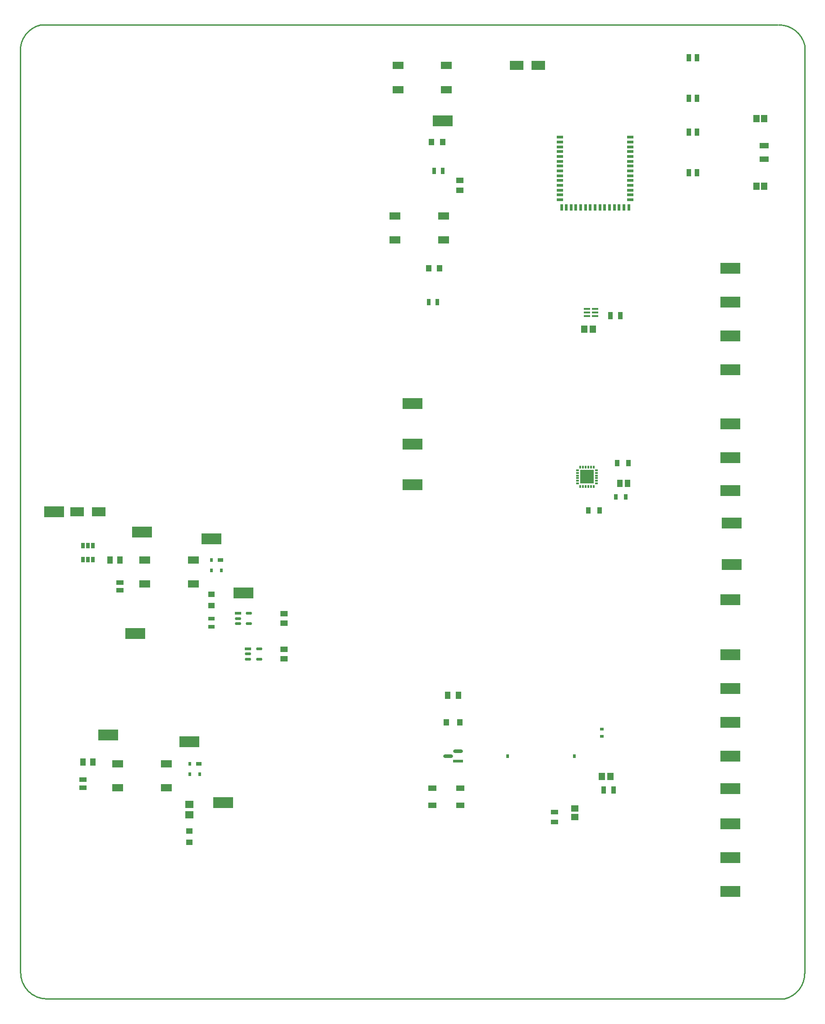
<source format=gtp>
G04*
G04 #@! TF.GenerationSoftware,Altium Limited,Altium Designer,22.6.1 (34)*
G04*
G04 Layer_Color=8421504*
%FSLAX25Y25*%
%MOIN*%
G70*
G04*
G04 #@! TF.SameCoordinates,0C23EDBF-805D-421A-8D3F-8ECBED75DDC4*
G04*
G04*
G04 #@! TF.FilePolarity,Positive*
G04*
G01*
G75*
%ADD14C,0.01000*%
%ADD15R,0.01968X0.01378*%
%ADD16R,0.01378X0.01968*%
%ADD17R,0.09843X0.09843*%
%ADD18R,0.04134X0.05709*%
%ADD19R,0.03543X0.05118*%
%ADD20R,0.03150X0.04134*%
%ADD21R,0.14961X0.07992*%
%ADD22R,0.03937X0.05315*%
%ADD23R,0.04331X0.04921*%
%ADD24R,0.02000X0.02800*%
%ADD25R,0.05512X0.03740*%
%ADD26R,0.05363X0.04755*%
%ADD27R,0.03150X0.02362*%
%ADD28R,0.04755X0.05363*%
%ADD29R,0.06102X0.03937*%
G04:AMPARAMS|DCode=30|XSize=71.82mil|YSize=24.33mil|CornerRadius=12.17mil|HoleSize=0mil|Usage=FLASHONLY|Rotation=180.000|XOffset=0mil|YOffset=0mil|HoleType=Round|Shape=RoundedRectangle|*
%AMROUNDEDRECTD30*
21,1,0.07182,0.00000,0,0,180.0*
21,1,0.04749,0.02433,0,0,180.0*
1,1,0.02433,-0.02375,0.00000*
1,1,0.02433,0.02375,0.00000*
1,1,0.02433,0.02375,0.00000*
1,1,0.02433,-0.02375,0.00000*
%
%ADD30ROUNDEDRECTD30*%
%ADD31R,0.07182X0.02433*%
%ADD32R,0.03740X0.05512*%
%ADD33R,0.05315X0.03937*%
%ADD34R,0.04528X0.05315*%
%ADD35R,0.07087X0.03937*%
%ADD36R,0.03150X0.04921*%
%ADD37R,0.04331X0.04724*%
%ADD38R,0.03740X0.05315*%
%ADD39R,0.04724X0.01378*%
%ADD40R,0.02402X0.05000*%
%ADD41R,0.05000X0.02402*%
G04:AMPARAMS|DCode=42|XSize=47.45mil|YSize=20.95mil|CornerRadius=10.48mil|HoleSize=0mil|Usage=FLASHONLY|Rotation=0.000|XOffset=0mil|YOffset=0mil|HoleType=Round|Shape=RoundedRectangle|*
%AMROUNDEDRECTD42*
21,1,0.04745,0.00000,0,0,0.0*
21,1,0.02650,0.02095,0,0,0.0*
1,1,0.02095,0.01325,0.00000*
1,1,0.02095,-0.01325,0.00000*
1,1,0.02095,-0.01325,0.00000*
1,1,0.02095,0.01325,0.00000*
%
%ADD42ROUNDEDRECTD42*%
%ADD43R,0.04745X0.02095*%
%ADD44R,0.08268X0.05512*%
%ADD45R,0.03937X0.02756*%
%ADD46R,0.02362X0.02756*%
%ADD47R,0.04724X0.04331*%
%ADD48R,0.06102X0.05315*%
%ADD49R,0.03937X0.05315*%
%ADD50R,0.05315X0.03740*%
%ADD51R,0.09843X0.06693*%
%ADD52R,0.04921X0.03150*%
%ADD53R,0.02717X0.03898*%
D14*
X580000Y705000D02*
G03*
X560826Y720000I-18924J-4435D01*
G01*
X227Y19994D02*
G03*
X20000Y0I19429J-560D01*
G01*
X15000Y720000D02*
G03*
X28Y700002I4435J-18924D01*
G01*
X565000Y0D02*
G03*
X580000Y19174I-4435J18924D01*
G01*
X580000Y705000D02*
X580000Y18924D01*
X35000Y720000D02*
X560000Y720000D01*
X15000Y720000D02*
X35000D01*
X-0Y700000D02*
X0Y20000D01*
X20000Y-0D02*
X565000Y-0D01*
D15*
X411929Y390905D02*
D03*
Y388937D02*
D03*
Y386968D02*
D03*
Y385000D02*
D03*
Y383032D02*
D03*
Y381063D02*
D03*
X426102D02*
D03*
Y383032D02*
D03*
Y385000D02*
D03*
Y386968D02*
D03*
Y388937D02*
D03*
Y390905D02*
D03*
D16*
X414094Y378898D02*
D03*
X416063D02*
D03*
X418032D02*
D03*
X420000D02*
D03*
X421969D02*
D03*
X423937D02*
D03*
Y393071D02*
D03*
X421969D02*
D03*
X420000D02*
D03*
X418032D02*
D03*
X416063D02*
D03*
X414094D02*
D03*
D17*
X419016Y385984D02*
D03*
D18*
X443386Y380984D02*
D03*
X449094D02*
D03*
D19*
X449646Y395984D02*
D03*
X441378D02*
D03*
X419882Y360984D02*
D03*
X428150D02*
D03*
D20*
X447657Y370984D02*
D03*
X440374D02*
D03*
D21*
X525906Y351929D02*
D03*
Y321299D02*
D03*
X525000Y295000D02*
D03*
Y425000D02*
D03*
Y400000D02*
D03*
Y375644D02*
D03*
Y79488D02*
D03*
Y254488D02*
D03*
Y229488D02*
D03*
Y204488D02*
D03*
Y179488D02*
D03*
Y155374D02*
D03*
Y104488D02*
D03*
Y129488D02*
D03*
X290000Y380000D02*
D03*
X525000Y465000D02*
D03*
Y490000D02*
D03*
Y515000D02*
D03*
Y540000D02*
D03*
X85000Y270000D02*
D03*
X312283Y649134D02*
D03*
X65000Y195000D02*
D03*
X125000Y190000D02*
D03*
X150000Y145000D02*
D03*
X165000Y300000D02*
D03*
X141260Y340000D02*
D03*
X90000Y345000D02*
D03*
X25000Y360000D02*
D03*
X290000Y440000D02*
D03*
Y410000D02*
D03*
D22*
X323937Y224488D02*
D03*
X316063D02*
D03*
D23*
X315079Y204488D02*
D03*
X324921D02*
D03*
D24*
X360200Y179488D02*
D03*
X409800D02*
D03*
D25*
X395000Y130847D02*
D03*
Y138130D02*
D03*
D26*
X410000Y134488D02*
D03*
Y140805D02*
D03*
D27*
X430000Y199488D02*
D03*
Y193976D02*
D03*
D28*
X436316Y164488D02*
D03*
X430000D02*
D03*
X416842Y495000D02*
D03*
X423158D02*
D03*
D29*
X325335Y143189D02*
D03*
X304665D02*
D03*
X325335Y155787D02*
D03*
X304665D02*
D03*
D30*
X316220Y179488D02*
D03*
X323780Y183228D02*
D03*
D31*
Y175748D02*
D03*
D32*
X431358Y154488D02*
D03*
X438642D02*
D03*
X443642Y505000D02*
D03*
X436358D02*
D03*
D33*
X325000Y597953D02*
D03*
Y605039D02*
D03*
X195000Y251457D02*
D03*
Y258543D02*
D03*
Y277756D02*
D03*
Y284842D02*
D03*
D34*
X550000Y600768D02*
D03*
X544291D02*
D03*
X550000Y650768D02*
D03*
X544291D02*
D03*
D35*
X550000Y620846D02*
D03*
Y630689D02*
D03*
D36*
X308150Y515000D02*
D03*
X301850D02*
D03*
X305984Y612165D02*
D03*
X312283D02*
D03*
D37*
X310118Y540000D02*
D03*
X301850D02*
D03*
X304016Y633465D02*
D03*
X312283D02*
D03*
D38*
X500370Y665846D02*
D03*
X494465D02*
D03*
Y695846D02*
D03*
X500370D02*
D03*
X494465Y640846D02*
D03*
X500370D02*
D03*
X494465Y610846D02*
D03*
X500370D02*
D03*
D39*
X419095Y510000D02*
D03*
Y507441D02*
D03*
Y504882D02*
D03*
X425000Y510000D02*
D03*
Y507441D02*
D03*
Y504882D02*
D03*
D40*
X400157Y585083D02*
D03*
X403701D02*
D03*
X407244D02*
D03*
X410787D02*
D03*
X414370D02*
D03*
X417913D02*
D03*
X421457D02*
D03*
X425000D02*
D03*
X428543D02*
D03*
X432087D02*
D03*
X435669D02*
D03*
X439213D02*
D03*
X442756D02*
D03*
X446299D02*
D03*
X449843D02*
D03*
D41*
X398941Y637008D02*
D03*
Y633465D02*
D03*
Y629921D02*
D03*
Y626378D02*
D03*
Y622795D02*
D03*
Y619252D02*
D03*
Y615709D02*
D03*
Y612165D02*
D03*
Y608622D02*
D03*
Y605079D02*
D03*
Y601496D02*
D03*
Y597953D02*
D03*
Y594410D02*
D03*
Y590866D02*
D03*
X451059D02*
D03*
Y594410D02*
D03*
Y597953D02*
D03*
Y601496D02*
D03*
Y605079D02*
D03*
Y608622D02*
D03*
Y612165D02*
D03*
Y615709D02*
D03*
Y619252D02*
D03*
Y622795D02*
D03*
Y626378D02*
D03*
Y629921D02*
D03*
Y633465D02*
D03*
Y637008D02*
D03*
D42*
X176695Y258740D02*
D03*
Y251260D02*
D03*
X168423D02*
D03*
Y255000D02*
D03*
X169136Y285039D02*
D03*
Y277559D02*
D03*
X160864D02*
D03*
Y281299D02*
D03*
D43*
X168423Y258740D02*
D03*
X160864Y285039D02*
D03*
D44*
X315000Y690000D02*
D03*
X279173D02*
D03*
X315000Y672284D02*
D03*
X279173D02*
D03*
X72087Y156142D02*
D03*
X107913D02*
D03*
X72087Y173858D02*
D03*
X107913D02*
D03*
X92087Y306713D02*
D03*
X127913D02*
D03*
X92087Y324429D02*
D03*
X127913D02*
D03*
X312913Y578858D02*
D03*
X277087D02*
D03*
X312913Y561142D02*
D03*
X277087D02*
D03*
D45*
X131906Y173937D02*
D03*
X147953Y324590D02*
D03*
D46*
X125213Y173937D02*
D03*
Y166063D02*
D03*
X132694D02*
D03*
X141260Y324590D02*
D03*
Y316716D02*
D03*
X148740D02*
D03*
D47*
X125000Y124134D02*
D03*
Y115866D02*
D03*
X141260Y299134D02*
D03*
Y290866D02*
D03*
D48*
X125000Y143839D02*
D03*
Y136161D02*
D03*
D49*
X53543Y175000D02*
D03*
X46457D02*
D03*
X73543Y324310D02*
D03*
X66457D02*
D03*
D50*
X46457Y156142D02*
D03*
Y162047D02*
D03*
X73543Y302047D02*
D03*
Y307953D02*
D03*
D51*
X42126Y360000D02*
D03*
X57874D02*
D03*
X367126Y690000D02*
D03*
X382874D02*
D03*
D52*
X141260Y281299D02*
D03*
Y275000D02*
D03*
D53*
X53740Y324902D02*
D03*
X50000D02*
D03*
X46260D02*
D03*
Y335098D02*
D03*
X50000D02*
D03*
X53740D02*
D03*
M02*

</source>
